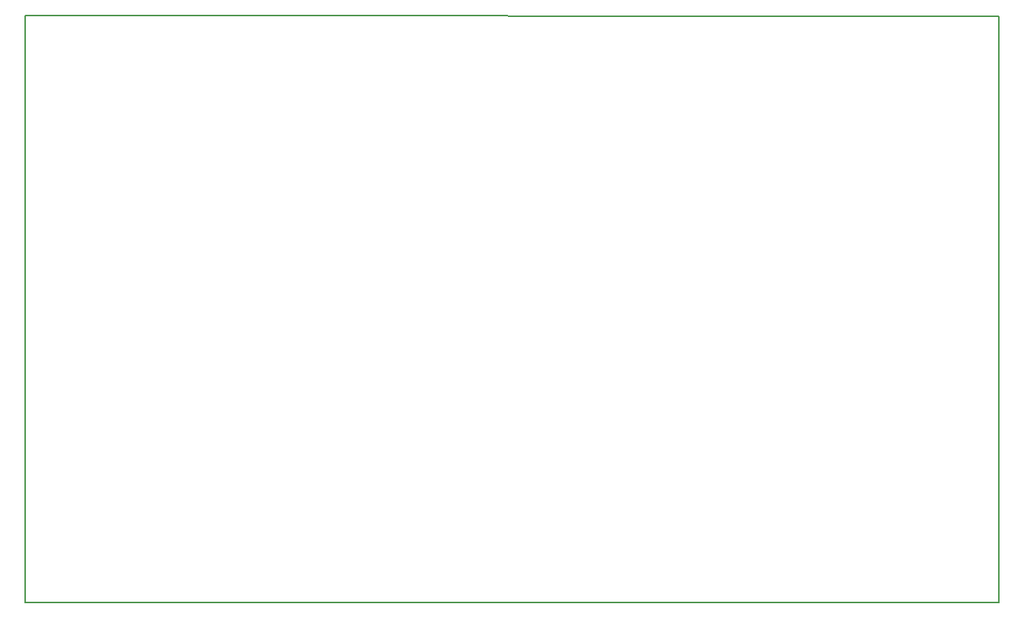
<source format=gbr>
G04 #@! TF.GenerationSoftware,KiCad,Pcbnew,(5.0.2)-1*
G04 #@! TF.CreationDate,2019-03-12T15:58:17+02:00*
G04 #@! TF.ProjectId,ev19dashboardv1,65763139-6461-4736-9862-6f6172647631,rev?*
G04 #@! TF.SameCoordinates,Original*
G04 #@! TF.FileFunction,Profile,NP*
%FSLAX46Y46*%
G04 Gerber Fmt 4.6, Leading zero omitted, Abs format (unit mm)*
G04 Created by KiCad (PCBNEW (5.0.2)-1) date 3/12/2019 3:58:17 PM*
%MOMM*%
%LPD*%
G01*
G04 APERTURE LIST*
%ADD10C,0.150000*%
G04 APERTURE END LIST*
D10*
X92450000Y-98050000D02*
X92450000Y-97650000D01*
X204000000Y-98000000D02*
X92450000Y-98050000D01*
X92450000Y-30800000D02*
X92450000Y-97650000D01*
X204000000Y-30900000D02*
X92450000Y-30800000D01*
X204000000Y-98000000D02*
X204000000Y-30900000D01*
M02*

</source>
